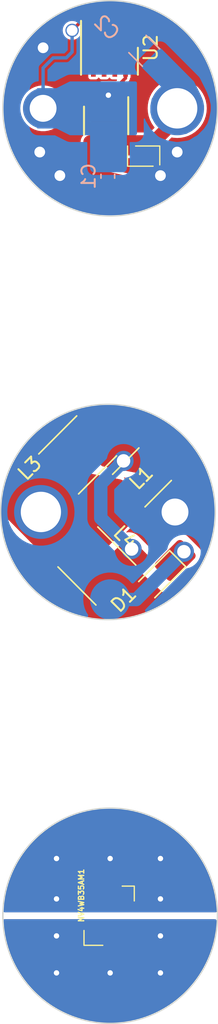
<source format=kicad_pcb>
(kicad_pcb (version 20221018) (generator pcbnew)
  (layers (0 "F.Cu" signal) (31 "B.Cu" signal) (34 "B.Paste" user) (35 "F.Paste" user) (36 "B.SilkS" user "B.Silkscreen") (37 "F.SilkS" user "F.Silkscreen") (38 "B.Mask" user) (39 "F.Mask" user) (44 "Edge.Cuts" user))
  (net 0 "")
  (net 1 "Net-(LM3401-FB)")
  (net 2 "-BATT")
  (net 3 "Net-(D1-K)")
  (net 4 "+BATT")
  (net 5 "Net-(LM3401-DIM)")
  (net 6 "Net-(D1-A)")
  (footprint "UserLyb:SMD-0508" (layer "F.Cu") (at 112.6 93.6 -90)
    (fp_text reference "R1" hide)
    (fp_text value "137m" hide)
    (fp_line (start -0.8 -1.1) (end -0.8 0.7) (stroke (width 0.1)) (layer "F.SilkS"))
    (fp_line (start -0.8 -1.1) (end 0.6 -1.1) (stroke (width 0.1)) (layer "F.SilkS"))
    (fp_line (start -0.8 1.3) (end 0.6 1.3) (stroke (width 0.1)) (layer "F.SilkS"))
    (fp_line (start 0.7 -0.6) (end 0.7 1.3) (stroke (width 0.1)) (layer "F.SilkS"))
    (fp_line (start 0.7 1.3) (end 0.6 1.3) (stroke (width 0.1)) (layer "F.SilkS"))
    (pad "1" smd roundrect (at -0.5 0.1 270) (size 0.4 2.1) (layers "F.Cu" "F.Paste" "F.Mask") (net 1 "Net-(LM3401-FB)"))
    (pad "2" smd roundrect (at 0.4 0.1 270) (size 0.4 2.1) (layers "F.Cu" "F.Paste" "F.Mask") (net 2 "-BATT"))
  )
  (footprint "Package_DFN_QFN:DFN-8-1EP_4x4mm_P0.8mm_EP2.39x2.21mm" (layer "F.Cu") (at 109.9475 85.5025 -90)
    (fp_text reference "U2" (at 0 -3.075 90) (layer "F.SilkS"))
    (fp_text value "~" hide)
    (fp_line (start -2 2.12) (end 2 2.12) (stroke (width 0.15)) (layer "F.SilkS"))
    (fp_line (start 0 -2.12) (end 2 -2.12) (stroke (width 0.15)) (layer "F.SilkS"))
    (pad "1" smd rect (at -1.835 -1.2 270) (size 0.63 0.35) (layers "F.Cu" "F.Paste" "F.Mask"))
    (pad "2" smd rect (at -1.835 -0.4 270) (size 0.63 0.35) (layers "F.Cu" "F.Paste" "F.Mask") (net 4 "+BATT"))
    (pad "3" smd rect (at -1.835 0.4 270) (size 0.63 0.35) (layers "F.Cu" "F.Paste" "F.Mask"))
    (pad "4" smd rect (at -1.835 1.2 270) (size 0.63 0.35) (layers "F.Cu" "F.Paste" "F.Mask") (net 2 "-BATT"))
    (pad "5" smd rect (at 1.835 1.2 270) (size 0.63 0.35) (layers "F.Cu" "F.Paste" "F.Mask"))
    (pad "6" smd rect (at 1.835 0.4 270) (size 0.63 0.35) (layers "F.Cu" "F.Paste" "F.Mask"))
    (pad "7" smd rect (at 1.835 -0.4 270) (size 0.63 0.35) (layers "F.Cu" "F.Paste" "F.Mask"))
    (pad "8" smd rect (at 1.835 -1.2 270) (size 0.63 0.35) (layers "F.Cu" "F.Paste" "F.Mask") (net 5 "Net-(LM3401-DIM)"))
    (pad "9" smd rect (at 0 0 270) (size 2.39 2.21) (layers "F.Cu" "F.Mask"))
  )
  (footprint "Inductor_SMD:L_1812_4532Metric_Pad1.30x3.40mm_HandSolder" (layer "F.Cu") (at 112.373313 117.426687 45)
    (fp_text reference "L1" (at -0.062032 -0.022171 45) (layer "F.SilkS"))
    (fp_text value "27uH" hide)
    (fp_line (start -1.386252 -1.71) (end 1.386252 -1.71) (stroke (width 0.12)) (layer "F.SilkS"))
    (fp_line (start -1.386252 1.71) (end 1.386252 1.71) (stroke (width 0.12)) (layer "F.SilkS"))
    (pad "1" smd roundrect (at -2.225 0 45) (size 1.3 3.4) (layers "F.Cu" "F.Paste" "F.Mask") (roundrect_rratio 0.1923076923) (net 4 "+BATT"))
    (pad "2" smd roundrect (at 2.225 0 45) (size 1.3 3.4) (layers "F.Cu" "F.Paste" "F.Mask") (roundrect_rratio 0.1923076923) (net 6 "Net-(D1-A)"))
  )
  (footprint "UserLyb:drill-2.3" (layer "F.Cu") (at 114.8362 120)
    (fp_text reference "REF**" hide)
    (fp_text value "drill-2.3" hide)
    (pad "2" thru_hole circle (at 0 0) (size 3 3) (drill 2) (layers "*.Cu" "*.Mask") (net 1 "Net-(LM3401-FB)"))
  )
  (footprint "UserLyb:drill-2.3" (layer "F.Cu") (at 105 90)
    (fp_text reference "REF**" hide)
    (fp_text value "drill-2.3" hide)
    (pad "1" thru_hole circle (at 0 0) (size 3 3) (drill 2) (layers "*.Cu" "*.Mask") (net 4 "+BATT"))
  )
  (footprint "Package_SON:WSON-6-1EP_3x3mm_P0.95mm" (layer "F.Cu") (at 109.7 90.9 -90)
    (fp_text reference "LM3401" hide)
    (fp_text value "~")
    (fp_line (start -1.73 -1.65) (end 1.025 -1.65) (stroke (width 0.15)) (layer "F.SilkS"))
    (fp_line (start -1.025 1.65) (end 1.025 1.65) (stroke (width 0.15)) (layer "F.SilkS"))
    (pad "" smd rect (at -1.34 -0.95 270) (size 0.63 0.45) (layers "F.Cu" "F.Paste" "F.Mask"))
    (pad "2" smd rect (at -1.34 0 270) (size 0.63 0.45) (layers "F.Cu" "F.Paste" "F.Mask") (net 4 "+BATT"))
    (pad "3" smd rect (at -1.34 0.95 270) (size 0.63 0.45) (layers "F.Cu" "F.Paste" "F.Mask") (net 5 "Net-(LM3401-DIM)"))
    (pad "4" smd rect (at 1.34 0.95 270) (size 0.63 0.45) (layers "F.Cu" "F.Paste" "F.Mask") (net 6 "Net-(D1-A)"))
    (pad "5" smd rect (at 1.34 0 270) (size 0.63 0.45) (layers "F.Cu" "F.Paste" "F.Mask") (net 2 "-BATT"))
    (pad "6" smd rect (at 1.34 -0.95 270) (size 0.63 0.45) (layers "F.Cu" "F.Paste" "F.Mask") (net 1 "Net-(LM3401-FB)"))
    (pad "7" smd rect (at -0.4 -0.525 270) (size 0.8 1.05) (layers "F.Cu" "F.Paste" "F.Mask"))
    (pad "7" smd rect (at -0.4 0.525 270) (size 0.8 1.05) (layers "F.Cu" "F.Paste" "F.Mask"))
    (pad "7" smd rect (at 0.4 -0.525 270) (size 0.8 1.05) (layers "F.Cu" "F.Paste" "F.Mask"))
    (pad "7" smd rect (at 0.4 0.525 270) (size 0.8 1.05) (layers "F.Cu" "F.Paste" "F.Mask"))
  )
  (footprint "Inductor_SMD:L_Taiyo-Yuden_MD-4040" (layer "F.Cu") (at 109.010051 124.010051 -45)
    (fp_text reference "L4" (at 0 -3 135) (layer "F.SilkS"))
    (fp_text value "22uH" hide)
    (fp_line (start -2 -2.1) (end 2 -2.1) (stroke (width 0.12)) (layer "F.SilkS"))
    (fp_line (start -2 2.1) (end 2 2.1) (stroke (width 0.12)) (layer "F.SilkS"))
    (pad "1" smd rect (at -1.4 0 315) (size 1.2 3.7) (layers "F.Cu" "F.Paste" "F.Mask") (net 4 "+BATT"))
    (pad "2" smd rect (at 1.4 0 315) (size 1.2 3.7) (layers "F.Cu" "F.Paste" "F.Mask") (net 6 "Net-(D1-A)"))
  )
  (footprint "UserLyb:drill-3.4" (layer "F.Cu") (at 115 90)
    (fp_text reference "REF**" hide)
    (fp_text value "drill-3.4" hide)
    (pad "2" thru_hole circle (at 0 0) (size 4 4) (drill 3) (layers "*.Cu" "*.Mask") (net 1 "Net-(LM3401-FB)"))
  )
  (footprint "UserLyb:NV4WB35AM" (layer "F.Cu") (at 109.95 150 90)
    (fp_text reference "NV4WB35AM1" (at 1.5 -2.1 90 unlocked) (layer "F.SilkS") (effects (font (size 0.4 0.4) (thickness 0.1))))
    (fp_text value "~" hide)
    (fp_line (start -2.2 -1.9) (end -2.2 -0.5) (stroke (width 0.1)) (layer "F.SilkS"))
    (fp_line (start -2.2 -1.9) (end -1.1 -1.9) (stroke (width 0.1)) (layer "F.SilkS"))
    (fp_line (start 2.2 1.85) (end 1.1 1.85) (stroke (width 0.1)) (layer "F.SilkS"))
    (fp_line (start 2.2 1.85) (end 2.2 0.95) (stroke (width 0.1)) (layer "F.SilkS"))
    (pad "1" smd roundrect (at 1.2 0 90) (size 1.75 3.5) (layers "F.Cu" "F.Paste" "F.Mask") (net 3 "Net-(D1-K)"))
    (pad "2" smd roundrect (at -1.2 0 90) (size 1.75 3.5) (layers "F.Cu" "F.Paste" "F.Mask") (net 1 "Net-(LM3401-FB)"))
  )
  (footprint "Inductor_SMD:L_Taiyo-Yuden_MD-4040" (layer "F.Cu") (at 107.576177 115.755178 45)
    (fp_text reference "L3" (at -3.232184 -1.825294 45) (layer "F.SilkS"))
    (fp_text value "22uH" hide)
    (fp_line (start -2 -2.1) (end 2 -2.1) (stroke (width 0.12)) (layer "F.SilkS"))
    (fp_line (start -2 2.1) (end 2 2.1) (stroke (width 0.12)) (layer "F.SilkS"))
    (pad "1" smd rect (at -1.4 0 45) (size 1.2 3.7) (layers "F.Cu" "F.Paste" "F.Mask") (net 4 "+BATT"))
    (pad "2" smd rect (at 1.4 0 45) (size 1.2 3.7) (layers "F.Cu" "F.Paste" "F.Mask") (net 6 "Net-(D1-A)"))
  )
  (footprint "Diode_SMD:D_SOD-323_HandSoldering" (layer "F.Cu") (at 113.616117 124.883883 -135)
    (fp_text reference "D1" (at 2.992641 0.707107 45) (layer "F.SilkS"))
    (fp_text value "D" hide)
    (fp_line (start -2.01 -0.85) (end -2.01 0.85) (stroke (width 0.12)) (layer "F.SilkS"))
    (fp_line (start -2.01 -0.85) (end 1.25 -0.85) (stroke (width 0.12)) (layer "F.SilkS"))
    (fp_line (start -2.01 0.85) (end 1.25 0.85) (stroke (width 0.12)) (layer "F.SilkS"))
    (pad "1" smd roundrect (at -1.25 0 225) (size 1 1) (layers "F.Cu" "F.Paste" "F.Mask") (net 3 "Net-(D1-K)"))
    (pad "2" smd roundrect (at 1.25 0 225) (size 1 1) (layers "F.Cu" "F.Paste" "F.Mask") (net 6 "Net-(D1-A)"))
  )
  (footprint "UserLyb:drill-3.4" (layer "F.Cu") (at 104.836228 119.995127)
    (fp_text reference "REF**" hide)
    (fp_text value "drill-3.4" hide)
    (pad "1" thru_hole circle (at 0 0) (size 4 4) (drill 3) (layers "*.Cu" "*.Mask") (net 4 "+BATT"))
  )
  (footprint "Capacitor_SMD:C_0603_1608Metric" (layer "B.Cu") (at 109.825384 95.047475 -90)
    (fp_text reference "C1" (at 0 1.43 90) (layer "B.SilkS") (effects (justify mirror)))
    (fp_text value "10uF" hide)
    (fp_line (start -0.14058 -0.51) (end 0.14058 -0.51) (stroke (width 0.12)) (layer "B.SilkS"))
    (fp_line (start -0.14058 0.51) (end 0.14058 0.51) (stroke (width 0.12)) (layer "B.SilkS"))
    (pad "1" smd roundrect (at -0.775 0 270) (size 0.9 0.95) (layers "B.Cu" "B.Paste" "B.Mask") (net 4 "+BATT"))
    (pad "2" smd roundrect (at 0.775 0 270) (size 0.9 0.95) (layers "B.Cu" "B.Paste" "B.Mask") (net 2 "-BATT"))
  )
  (footprint "Capacitor_SMD:C_1206_3216Metric" (layer "B.Cu") (at 112.542983 85.725 135)
    (fp_text reference "C2" (at 3.194696 -0.755178 135) (layer "B.SilkS") (effects (justify mirror)))
    (fp_text value "47uF" hide)
    (fp_line (start -0.711252 -0.91) (end 0.711252 -0.91) (stroke (width 0.12)) (layer "B.SilkS"))
    (fp_line (start -0.711252 0.91) (end 0.711252 0.91) (stroke (width 0.12)) (layer "B.SilkS"))
    (pad "1" smd roundrect (at -1.475 0 135) (size 1.15 1.8) (layers "B.Cu" "B.Paste" "B.Mask") (roundrect_rratio 0.2173913043) (net 1 "Net-(LM3401-FB)"))
    (pad "2" smd roundrect (at 1.475 0 135) (size 1.15 1.8) (layers "B.Cu" "B.Paste" "B.Mask") (roundrect_rratio 0.2173913043) (net 2 "-BATT"))
  )
  (gr_circle (center 109.836228 119.995127) (end 117.836228 119.995127) (stroke (width 0.1)) (fill none) (layer "Edge.Cuts"))
  (gr_circle (center 110 150) (end 118 150) (stroke (width 0.1)) (fill none) (layer "Edge.Cuts"))
  (gr_circle (center 110 90) (end 118 90) (stroke (width 0.1)) (fill none) (layer "Edge.Cuts"))
  (segment (start 115 90) (end 115 90.75) (width 0.3) (layer "F.Cu") (net 1))
  (segment (start 115 90.5) (end 115 90) (width 0.3) (layer "F.Cu") (net 1))
  (segment (start 115 90.75) (end 113.25 92.5) (width 1) (layer "F.Cu") (net 1))
  (via (at 110 154.25) (size 0.8) (drill 0.4) (layers "F.Cu" "B.Cu") (net 1))
  (via (at 113.75 151.5) (size 0.8) (drill 0.4) (layers "F.Cu" "B.Cu") (net 1))
  (via (at 106 154.25) (size 0.8) (drill 0.4) (layers "F.Cu" "B.Cu") (net 1))
  (via (at 106 151.5) (size 0.8) (drill 0.4) (layers "F.Cu" "B.Cu") (net 1))
  (via (at 113.75 154.25) (size 0.8) (drill 0.4) (layers "F.Cu" "B.Cu") (net 1))
  (via (at 113.75 95) (size 1) (drill 0.8) (layers "F.Cu" "B.Cu") (net 2))
  (via (at 104.75 93.25) (size 1) (drill 0.8) (layers "F.Cu" "B.Cu") (net 2))
  (via (at 115 93.25) (size 1) (drill 0.8) (layers "F.Cu" "B.Cu") (net 2))
  (via (at 105 85.5) (size 1) (drill 0.8) (layers "F.Cu" "B.Cu") (net 2))
  (via (at 106.25 95) (size 1) (drill 0.8) (layers "F.Cu" "B.Cu") (net 2))
  (via (at 113.75 145.75) (size 0.8) (drill 0.4) (layers "F.Cu" "B.Cu") (net 3))
  (via (at 115.5 122.95) (size 1.5) (drill 1) (layers "F.Cu" "B.Cu") (net 3))
  (via (at 110 145.75) (size 0.8) (drill 0.4) (layers "F.Cu" "B.Cu") (net 3))
  (via (at 113.75 148.75) (size 0.8) (drill 0.4) (layers "F.Cu" "B.Cu") (net 3))
  (via (at 106 145.75) (size 0.8) (drill 0.4) (layers "F.Cu" "B.Cu") (net 3))
  (via (at 106 148.75) (size 0.8) (drill 0.4) (layers "F.Cu" "B.Cu") (net 3))
  (segment (start 115.5 122.95) (end 111.95 126.5) (width 1) (layer "B.Cu") (net 3))
  (segment (start 111.95 126.5) (end 110.1 126.5) (width 1) (layer "B.Cu") (net 3))
  (segment (start 108.345266 83.0275) (end 110.0475 83.0275) (width 0.25) (layer "F.Cu") (net 4))
  (segment (start 110.0475 83.0275) (end 110.3475 83.3275) (width 0.25) (layer "F.Cu") (net 4))
  (segment (start 110.3475 83.3275) (end 110.3475 83.6675) (width 0.25) (layer "F.Cu") (net 4))
  (segment (start 109.7 89.56) (end 109.7 89.191887) (width 0.25) (layer "F.Cu") (net 4))
  (segment (start 107.163688 84.209078) (end 108.345266 83.0275) (width 0.25) (layer "F.Cu") (net 4))
  (segment (start 109.7 89.191887) (end 109.867609 89.024278) (width 0.25) (layer "F.Cu") (net 4))
  (via (at 109.867609 89.024278) (size 0.8) (drill 0.4) (layers "F.Cu" "B.Cu") (net 4))
  (via (at 107.163688 84.209078) (size 1) (drill 0.8) (layers "F.Cu" "B.Cu") (net 4))
  (segment (start 106.724777 86.25) (end 105.75 86.25) (width 0.25) (layer "B.Cu") (net 4))
  (segment (start 107.163688 84.209078) (end 107.163688 85.811089) (width 0.25) (layer "B.Cu") (net 4))
  (segment (start 107.163688 85.811089) (end 106.724777 86.25) (width 0.25) (layer "B.Cu") (net 4))
  (segment (start 104.5 89.5) (end 105 90) (width 0.25) (layer "B.Cu") (net 4))
  (segment (start 105 87) (end 105 90) (width 0.25) (layer "B.Cu") (net 4))
  (segment (start 105.75 86.25) (end 105 87) (width 0.25) (layer "B.Cu") (net 4))
  (segment (start 109.4 88.3) (end 110.6 88.3) (width 0.25) (layer "F.Cu") (net 5))
  (segment (start 108.75 89.56) (end 108.75 88.95) (width 0.25) (layer "F.Cu") (net 5))
  (segment (start 111.1475 87.7525) (end 111.1475 87.3375) (width 0.25) (layer "F.Cu") (net 5))
  (segment (start 110.6 88.3) (end 111.1475 87.7525) (width 0.25) (layer "F.Cu") (net 5))
  (segment (start 108.75 88.95) (end 109.4 88.3) (width 0.25) (layer "F.Cu") (net 5))
  (via (at 111 116.2) (size 1.5) (drill 1) (layers "F.Cu" "B.Cu") (net 6))
  (via (at 111.6 122.75) (size 1.5) (drill 1) (layers "F.Cu" "B.Cu") (net 6))
  (segment (start 111.6 122.75) (end 109.3 120.45) (width 1) (layer "B.Cu") (net 6))
  (segment (start 109.3 120.45) (end 109.3 117.9) (width 1) (layer "B.Cu") (net 6))
  (segment (start 109.3 117.9) (end 111 116.2) (width 1) (layer "B.Cu") (net 6))
  (zone (net 4) (net_name "+BATT") (layer "F.Cu") (priority 1) (connect_pads yes (clearance 0.2)) (min_thickness 0.1) (fill yes (thermal_gap 0.5) (thermal_bridge_width 0.5) (smoothing fillet) (radius 0.5))
    (polygon (pts (xy 107.1 125.3) (xy 101.836228 119.995127) (xy 101.855716 119.437075) (xy 101.9 119) (xy 102.1 118) (xy 102.146134 117.790028) (xy 102.2 117.6) (xy 102.318687 117.258966) (xy 102.4 117) (xy 102.6 116.6) (xy 102.772647 116.239354) (xy 102.9 116) (xy 103.051843 115.755773) (xy 103.3 115.4) (xy 103.707872 114.852826) (xy 104.08151 114.43786) (xy 104.483183 114.049968) (xy 104.910936 113.691041) (xy 108.3 117.1) (xy 110.9 117.6) (xy 112.8 119.5) (xy 112.8 119.6)))
  )
  (zone (net 1) (net_name "Net-(LM3401-FB)") (layer "F.Cu") (connect_pads yes (clearance 0.05)) (min_thickness 0.05) (fill yes (thermal_gap 0.5) (thermal_bridge_width 0.5) (smoothing fillet) (radius 0.5))
    (polygon (pts (xy 117.836228 119.995127) (xy 117.81674 119.437075) (xy 117.758373 118.881742) (xy 117.661409 118.331833) (xy 117.526322 117.790028) (xy 117.353769 117.258966) (xy 117.144592 116.741234) (xy 116.899809 116.239354) (xy 116.620613 115.755773) (xy 116.308364 115.292845) (xy 115.964584 114.852826) (xy 115.590946 114.43786) (xy 115.189273 114.049968) (xy 114.76152 113.691041) (xy 114.309771 113.362826) (xy 113.836228 113.066924) (xy 113.343197 112.804775) (xy 112.833081 112.577656) (xy 112.308364 112.386675) (xy 111.771603 112.232761) (xy 111.225413 112.116665) (xy 110.672456 112.038952) (xy 110.115424 112) (xy 109.557032 112) (xy 109 112.038952) (xy 108.447043 112.116665) (xy 107.900853 112.232761) (xy 107.364092 112.386675) (xy 106.839375 112.577656) (xy 106.329259 112.804775) (xy 105.836228 113.066924) (xy 105.362685 113.362826) (xy 104.910936 113.691041) (xy 104.483183 114.049968) (xy 104.08151 114.43786) (xy 103.707872 114.852826) (xy 103.364092 115.292845) (xy 103.051843 115.755773) (xy 102.772647 116.239354) (xy 102.527864 116.741234) (xy 102.318687 117.258966) (xy 102.146134 117.790028) (xy 102.011047 118.331833) (xy 101.914083 118.881742) (xy 101.855716 119.437075) (xy 101.836228 119.995127) (xy 101.855716 120.553179) (xy 101.914083 121.108512) (xy 102.011047 121.658421) (xy 102.146134 122.200226) (xy 102.318687 122.731288) (xy 102.527864 123.24902) (xy 102.772647 123.7509) (xy 103.051843 124.234481) (xy 103.364092 124.697409) (xy 103.707872 125.137428) (xy 104.08151 125.552394) (xy 104.483183 125.940286) (xy 104.910936 126.299213) (xy 105.362685 126.627428) (xy 105.836228 126.92333) (xy 106.329259 127.185479) (xy 106.839375 127.412598) (xy 107.364092 127.603579) (xy 107.900853 127.757493) (xy 108.447043 127.873589) (xy 109 127.951302) (xy 109.557032 127.990254) (xy 110.115424 127.990254) (xy 110.672456 127.951302) (xy 111.225413 127.873589) (xy 111.771603 127.757493) (xy 112.308364 127.603579) (xy 112.833081 127.412598) (xy 113.343197 127.185479) (xy 113.836228 126.92333) (xy 114.309771 126.627428) (xy 114.76152 126.299213) (xy 115.189273 125.940286) (xy 115.590946 125.552394) (xy 115.964584 125.137428) (xy 116.308364 124.697409) (xy 116.620613 124.234481) (xy 116.899809 123.7509) (xy 117.144592 123.24902) (xy 117.353769 122.731288) (xy 117.526322 122.200226) (xy 117.661409 121.658421) (xy 117.758373 121.108512) (xy 117.81674 120.553179)))
  )
  (zone (net 6) (net_name "Net-(D1-A)") (layer "F.Cu") (priority 5) (connect_pads yes (clearance 0.5)) (min_thickness 0.25) (fill yes (thermal_gap 0.5) (thermal_bridge_width 0.5))
    (polygon (pts (xy 114.6 117.6) (xy 109.4 116.6) (xy 105.836228 113.066924) (xy 106.329259 112.804775) (xy 106.839375 112.577656) (xy 107.364092 112.386675) (xy 107.900853 112.232761) (xy 108.447043 112.116665) (xy 109 112.038952) (xy 109.557032 112) (xy 110.115424 112) (xy 110.672456 112.038952) (xy 111.225413 112.116665) (xy 111.771603 112.232761) (xy 112.308364 112.386675) (xy 112.833081 112.577656) (xy 113.343197 112.804775) (xy 113.836228 113.066924) (xy 114.309771 113.362826) (xy 114.76152 113.691041) (xy 115.189273 114.049968) (xy 115.4 114.2) (xy 115.8 114.6) (xy 115.964584 114.852826) (xy 116.308364 115.292845) (xy 116.6 115.6)))
  )
  (zone (net 1) (net_name "Net-(LM3401-FB)") (layer "F.Cu") (priority 2) (connect_pads yes (clearance 0.5)) (min_thickness 0.25) (fill yes (thermal_gap 0.5) (thermal_bridge_width 0.5) (island_removal_mode 1) (island_area_min 10))
    (polygon (pts (xy 105.25 155) (xy 114.5 155) (xy 114.5 150.5) (xy 105.25 150.5)))
  )
  (zone (net 6) (net_name "Net-(D1-A)") (layer "F.Cu") (priority 8) (connect_pads yes (clearance 0.1)) (min_thickness 0.1) (fill yes (thermal_gap 0.5) (thermal_bridge_width 0.5))
    (polygon (pts (xy 112.25 96.25) (xy 112.23101 96.03294) (xy 112.174616 95.822475) (xy 112.082532 95.625) (xy 111.957556 95.446515) (xy 111.803485 95.292444) (xy 111.625 95.167468) (xy 111.427525 95.075384) (xy 111.21706 95.01899) (xy 111 95) (xy 110.78294 95.01899) (xy 110.572475 95.075384) (xy 110.375 95.167468) (xy 110.196515 95.292444) (xy 110.042444 95.446515) (xy 109.917468 95.625) (xy 109.825384 95.822475) (xy 109.76899 96.03294) (xy 109.75 96.25) (xy 109.76899 96.46706) (xy 109.825384 96.677525) (xy 109.917468 96.875) (xy 110.042444 97.053485) (xy 110.196515 97.207556) (xy 110.375 97.332532) (xy 110.572475 97.424616) (xy 110.78294 97.48101) (xy 111 97.5) (xy 111.21706 97.48101) (xy 111.427525 97.424616) (xy 111.625 97.332532) (xy 111.803485 97.207556) (xy 111.957556 97.053485) (xy 112.082532 96.875) (xy 112.174616 96.677525) (xy 112.23101 96.46706)))
  )
  (zone (net 6) (net_name "Net-(D1-A)") (layer "F.Cu") (priority 9) (connect_pads yes (clearance 0.1)) (min_thickness 0.1) (fill yes (thermal_gap 0.5) (thermal_bridge_width 0.5) (smoothing fillet) (radius 1))
    (polygon (pts (xy 109 92) (xy 109 94.5) (xy 111.21706 95.01899) (xy 111.427525 95.075384) (xy 111.625 95.167468) (xy 111.803485 95.292444) (xy 111.957556 95.446515) (xy 112.082532 95.625) (xy 112.174616 95.822475) (xy 112.23101 96.03294) (xy 112.25 96.25) (xy 112.23101 96.46706) (xy 112.174616 96.677525) (xy 112.082532 96.875) (xy 111.957556 97.053485) (xy 111.803485 97.207556) (xy 111.625 97.332532) (xy 111.427525 97.424616) (xy 111.21706 97.48101) (xy 111 97.5) (xy 110.78294 97.48101) (xy 110.572475 97.424616) (xy 109 97) (xy 108 96.75) (xy 108 92)))
  )
  (zone (net 6) (net_name "Net-(D1-A)") (layer "F.Cu") (priority 4) (connect_pads yes (clearance 0.5)) (min_thickness 0.25) (fill yes (thermal_gap 0.5) (thermal_bridge_width 0.5) (smoothing fillet) (radius 0.5))
    (polygon (pts (xy 113.4 125.5) (xy 114.5 126.5) (xy 113.5 127.1) (xy 113.1 127.3) (xy 112.833081 127.412598) (xy 112 127.7) (xy 111.225413 127.873589) (xy 110.2 128) (xy 109.557032 127.990254) (xy 109 127.951302) (xy 108.447043 127.873589) (xy 107.900853 127.757493) (xy 107.364092 127.603579) (xy 106.839375 127.412598) (xy 106.4 127.2) (xy 106.1 127.1) (xy 111.4 121.8) (xy 113.1 123.5) (xy 112.2 124.4)))
  )
  (zone (net 3) (net_name "Net-(D1-K)") (layer "F.Cu") (priority 6) (connect_pads yes (clearance 0.5)) (min_thickness 0.25) (fill yes (thermal_gap 0.5) (thermal_bridge_width 0.5) (smoothing fillet) (radius 0.3))
    (polygon (pts (xy 114.5 125.25) (xy 116.5 123.25) (xy 115.2 121.95) (xy 113.2 123.95)))
  )
  (zone (net 1) (net_name "Net-(LM3401-FB)") (layer "F.Cu") (priority 7) (connect_pads yes (clearance 0.1)) (min_thickness 0.1) (fill yes (thermal_gap 0.5) (thermal_bridge_width 0.5) (smoothing fillet) (radius 0.3))
    (polygon (pts (xy 110.5 92) (xy 110.5 93.5) (xy 113.75 93.5) (xy 113.75 92)))
  )
  (zone (net 3) (net_name "Net-(D1-K)") (layer "F.Cu") (priority 12) (connect_pads yes (clearance 0.5)) (min_thickness 0.25) (fill yes (thermal_gap 0.5) (thermal_bridge_width 0.5))
    (polygon (pts (xy 102.044398 149.749343) (xy 102.072253 148.885958) (xy 102.294398 147.999343) (xy 102.304304 147.794244) (xy 102.476857 147.263182) (xy 102.686034 146.74545) (xy 102.930817 146.24357) (xy 103.210013 145.759989) (xy 103.522262 145.297061) (xy 104.23968 144.442076) (xy 104.641353 144.054184) (xy 105.069106 143.695257) (xy 105.520855 143.367042) (xy 105.994398 143.07114) (xy 106.487429 142.808991) (xy 106.997545 142.581872) (xy 107.522262 142.390891) (xy 108.059023 142.236977) (xy 108.605213 142.120881) (xy 109.15817 142.043168) (xy 109.715202 142.004216) (xy 110.044398 141.999343) (xy 110.544398 141.999343) (xy 111.383583 142.120881) (xy 111.929773 142.236977) (xy 112.466534 142.390891) (xy 112.991251 142.581872) (xy 113.501367 142.808991) (xy 113.994398 143.07114) (xy 114.467941 143.367042) (xy 114.91969 143.695257) (xy 115.347443 144.054184) (xy 115.544398 144.249343) (xy 115.749116 144.442076) (xy 116.122754 144.857042) (xy 116.466534 145.297061) (xy 116.778783 145.759989) (xy 117.057979 146.24357) (xy 117.302762 146.74545) (xy 117.511939 147.263182) (xy 117.684492 147.794244) (xy 117.819579 148.336049) (xy 117.916543 148.885958) (xy 117.97491 149.441291) (xy 118.044398 149.749343)))
  )
  (zone (net 2) (net_name "-BATT") (layer "F.Cu") (priority 8) (connect_pads yes (clearance 0.1)) (min_thickness 0.1) (fill yes (thermal_gap 0.5) (thermal_bridge_width 0.5))
    (polygon (pts (xy 110.4 89.2) (xy 111.7 89.2) (xy 111.7 89.9) (xy 110.4 89.9)))
  )
  (zone (net 2) (net_name "-BATT") (layers "F&B.Cu") (connect_pads yes (clearance 0.2)) (min_thickness 0.1) (fill yes (thermal_gap 0.5) (thermal_bridge_width 0.5))
    (polygon (pts (xy 118 90) (xy 117.980512 89.441948) (xy 117.922145 88.886615) (xy 117.825181 88.336706) (xy 117.690094 87.794901) (xy 117.517541 87.263839) (xy 117.308364 86.746107) (xy 117.063581 86.244227) (xy 116.784385 85.760646) (xy 116.472136 85.297718) (xy 116.128356 84.857699) (xy 115.754718 84.442733) (xy 115.353045 84.054841) (xy 114.925292 83.695914) (xy 114.473543 83.367699) (xy 114 83.071797) (xy 113.506969 82.809648) (xy 112.996853 82.582529) (xy 112.472136 82.391548) (xy 111.935375 82.237634) (xy 111.389185 82.121538) (xy 110.836228 82.043825) (xy 110.279196 82.004873) (xy 109.720804 82.004873) (xy 109.163772 82.043825) (xy 108.610815 82.121538) (xy 108.064625 82.237634) (xy 107.527864 82.391548) (xy 107.003147 82.582529) (xy 106.493031 82.809648) (xy 106 83.071797) (xy 105.526457 83.367699) (xy 105.074708 83.695914) (xy 104.646955 84.054841) (xy 104.245282 84.442733) (xy 103.871644 84.857699) (xy 103.527864 85.297718) (xy 103.215615 85.760646) (xy 102.936419 86.244227) (xy 102.691636 86.746107) (xy 102.482459 87.263839) (xy 102.309906 87.794901) (xy 102.174819 88.336706) (xy 102.077855 88.886615) (xy 102.019488 89.441948) (xy 102 90) (xy 102.019488 90.558052) (xy 102.077855 91.113385) (xy 102.174819 91.663294) (xy 102.309906 92.205099) (xy 102.482459 92.736161) (xy 102.691636 93.253893) (xy 102.936419 93.755773) (xy 103.215615 94.239354) (xy 103.527864 94.702282) (xy 103.871644 95.142301) (xy 104.245282 95.557267) (xy 104.646955 95.945159) (xy 105.074708 96.304086) (xy 105.526457 96.632301) (xy 106 96.928203) (xy 106.493031 97.190352) (xy 107.003147 97.417471) (xy 107.527864 97.608452) (xy 108.064625 97.762366) (xy 108.610815 97.878462) (xy 109.163772 97.956175) (xy 109.720804 97.995127) (xy 110.279196 97.995127) (xy 110.836228 97.956175) (xy 111.389185 97.878462) (xy 111.935375 97.762366) (xy 112.472136 97.608452) (xy 112.996853 97.417471) (xy 113.506969 97.190352) (xy 114 96.928203) (xy 114.473543 96.632301) (xy 114.925292 96.304086) (xy 115.353045 95.945159) (xy 115.754718 95.557267) (xy 116.128356 95.142301) (xy 116.472136 94.702282) (xy 116.784385 94.239354) (xy 117.063581 93.755773) (xy 117.308364 93.253893) (xy 117.517541 92.736161) (xy 117.690094 92.205099) (xy 117.825181 91.663294) (xy 117.922145 91.113385) (xy 117.980512 90.558052)))
  )
  (zone (net 1) (net_name "Net-(LM3401-FB)") (layers "F&B.Cu") (connect_pads yes (clearance 0.5)) (min_thickness 0.25) (fill yes (thermal_gap 0.5) (thermal_bridge_width 0.5))
    (polygon (pts (xy 117.95 150) (xy 117.930512 149.441948) (xy 117.872145 148.886615) (xy 117.775181 148.336706) (xy 117.640094 147.794901) (xy 117.467541 147.263839) (xy 117.258364 146.746107) (xy 117.013581 146.244227) (xy 116.734385 145.760646) (xy 116.422136 145.297718) (xy 116.078356 144.857699) (xy 115.704718 144.442733) (xy 115.303045 144.054841) (xy 114.875292 143.695914) (xy 114.423543 143.367699) (xy 113.95 143.071797) (xy 113.456969 142.809648) (xy 112.946853 142.582529) (xy 112.422136 142.391548) (xy 111.885375 142.237634) (xy 111.339185 142.121538) (xy 110.786228 142.043825) (xy 110.229196 142.004873) (xy 109.670804 142.004873) (xy 109.113772 142.043825) (xy 108.560815 142.121538) (xy 108.014625 142.237634) (xy 107.477864 142.391548) (xy 106.953147 142.582529) (xy 106.443031 142.809648) (xy 105.95 143.071797) (xy 105.476457 143.367699) (xy 105.024708 143.695914) (xy 104.596955 144.054841) (xy 104.195282 144.442733) (xy 103.821644 144.857699) (xy 103.477864 145.297718) (xy 103.165615 145.760646) (xy 102.886419 146.244227) (xy 102.641636 146.746107) (xy 102.432459 147.263839) (xy 102.259906 147.794901) (xy 102.124819 148.336706) (xy 102.027855 148.886615) (xy 101.969488 149.441948) (xy 101.95 150) (xy 101.969488 150.558052) (xy 102.027855 151.113385) (xy 102.124819 151.663294) (xy 102.259906 152.205099) (xy 102.432459 152.736161) (xy 102.641636 153.253893) (xy 102.886419 153.755773) (xy 103.165615 154.239354) (xy 103.477864 154.702282) (xy 103.821644 155.142301) (xy 104.195282 155.557267) (xy 104.596955 155.945159) (xy 105.024708 156.304086) (xy 105.476457 156.632301) (xy 105.95 156.928203) (xy 106.443031 157.190352) (xy 106.953147 157.417471) (xy 107.477864 157.608452) (xy 108.014625 157.762366) (xy 108.560815 157.878462) (xy 109.113772 157.956175) (xy 109.670804 157.995127) (xy 110.229196 157.995127) (xy 110.786228 157.956175) (xy 111.339185 157.878462) (xy 111.885375 157.762366) (xy 112.422136 157.608452) (xy 112.946853 157.417471) (xy 113.456969 157.190352) (xy 113.95 156.928203) (xy 114.423543 156.632301) (xy 114.875292 156.304086) (xy 115.303045 155.945159) (xy 115.704718 155.557267) (xy 116.078356 155.142301) (xy 116.422136 154.702282) (xy 116.734385 154.239354) (xy 117.013581 153.755773) (xy 117.258364 153.253893) (xy 117.467541 152.736161) (xy 117.640094 152.205099) (xy 117.775181 151.663294) (xy 117.872145 151.113385) (xy 117.930512 150.558052)))
  )
  (zone (net 1) (net_name "Net-(LM3401-FB)") (layer "B.Cu") (connect_pads yes (clearance 0.5)) (min_thickness 0.25) (fill yes (thermal_gap 0.5) (thermal_bridge_width 0.5))
    (polygon (pts (xy 117.876131 119.994877) (xy 117.856643 119.436825) (xy 117.798276 118.881492) (xy 117.701312 118.331583) (xy 117.566225 117.789778) (xy 117.393672 117.258716) (xy 117.184495 116.740984) (xy 116.939712 116.239104) (xy 116.660516 115.755523) (xy 116.348267 115.292595) (xy 116.004487 114.852576) (xy 115.630849 114.43761) (xy 115.229176 114.049718) (xy 114.801423 113.690791) (xy 114.349674 113.362576) (xy 113.876131 113.066674) (xy 113.3831 112.804525) (xy 112.872984 112.577406) (xy 112.348267 112.386425) (xy 111.811506 112.232511) (xy 111.265316 112.116415) (xy 110.712359 112.038702) (xy 110.155327 111.99975) (xy 109.596935 111.99975) (xy 109.039903 112.038702) (xy 108.486946 112.116415) (xy 107.940756 112.232511) (xy 107.403995 112.386425) (xy 106.879278 112.577406) (xy 106.369162 112.804525) (xy 105.876131 113.066674) (xy 105.402588 113.362576) (xy 104.950839 113.690791) (xy 104.523086 114.049718) (xy 104.121413 114.43761) (xy 103.747775 114.852576) (xy 103.403995 115.292595) (xy 103.091746 115.755523) (xy 102.81255 116.239104) (xy 102.567767 116.740984) (xy 102.35859 117.258716) (xy 102.186037 117.789778) (xy 102.05095 118.331583) (xy 101.953986 118.881492) (xy 101.895619 119.436825) (xy 101.876131 119.994877) (xy 101.895619 120.552929) (xy 101.953986 121.108262) (xy 102.05095 121.658171) (xy 102.186037 122.199976) (xy 102.35859 122.731038) (xy 102.567767 123.24877) (xy 102.81255 123.75065) (xy 103.091746 124.234231) (xy 103.403995 124.697159) (xy 103.747775 125.137178) (xy 104.121413 125.552144) (xy 104.523086 125.940036) (xy 104.950839 126.298963) (xy 105.402588 126.627178) (xy 105.876131 126.92308) (xy 106.369162 127.185229) (xy 106.879278 127.412348) (xy 107.403995 127.603329) (xy 107.940756 127.757243) (xy 108.486946 127.873339) (xy 109.039903 127.951052) (xy 109.596935 127.990004) (xy 110.155327 127.990004) (xy 110.712359 127.951052) (xy 111.265316 127.873339) (xy 111.811506 127.757243) (xy 112.348267 127.603329) (xy 112.872984 127.412348) (xy 113.3831 127.185229) (xy 113.876131 126.92308) (xy 114.349674 126.627178) (xy 114.801423 126.298963) (xy 115.229176 125.940036) (xy 115.630849 125.552144) (xy 116.004487 125.137178) (xy 116.348267 124.697159) (xy 116.660516 124.234231) (xy 116.939712 123.75065) (xy 117.184495 123.24877) (xy 117.393672 122.731038) (xy 117.566225 122.199976) (xy 117.701312 121.658171) (xy 117.798276 121.108262) (xy 117.856643 120.552929)))
  )
  (zone (net 4) (net_name "+BATT") (layer "B.Cu") (priority 10) (connect_pads yes (clearance 0.1)) (min_thickness 0.1) (fill yes (thermal_gap 0.5) (thermal_bridge_width 0.5) (smoothing fillet) (radius 0.3))
    (polygon (pts (xy 108.5 91) (xy 108.5 94.75) (xy 111.25 94.75) (xy 111.25 91)))
  )
  (zone (net 1) (net_name "Net-(LM3401-FB)") (layer "B.Cu") (connect_pads yes (clearance 0.5)) (min_thickness 0.25) (fill yes (thermal_gap 0.5) (thermal_bridge_width 0.5))
    (polygon (pts (xy 111.489841 113.494877) (xy 111.469383 113.247985) (xy 111.408567 113.007828) (xy 111.309052 112.780956) (xy 111.173552 112.573558) (xy 111.005763 112.391291) (xy 110.810263 112.239127) (xy 110.592384 112.121217) (xy 110.358069 112.040777) (xy 110.11371 112) (xy 109.865972 112) (xy 109.621613 112.040777) (xy 109.387298 112.121217) (xy 109.169419 112.239127) (xy 108.973919 112.391291) (xy 108.80613 112.573558) (xy 108.67063 112.780956) (xy 108.571115 113.007828) (xy 108.510299 113.247985) (xy 108.489841 113.494877) (xy 108.510299 113.741769) (xy 108.571115 113.981926) (xy 108.67063 114.208798) (xy 108.80613 114.416196) (xy 108.973919 114.598463) (xy 109.169419 114.750627) (xy 109.387298 114.868537) (xy 109.621613 114.948977) (xy 109.865972 114.989754) (xy 110.11371 114.989754) (xy 110.358069 114.948977) (xy 110.592384 114.868537) (xy 110.810263 114.750627) (xy 111.005763 114.598463) (xy 111.173552 114.416196) (xy 111.309052 114.208798) (xy 111.408567 113.981926) (xy 111.469383 113.741769)))
  )
  (zone (net 2) (net_name "-BATT") (layer "B.Cu") (connect_pads yes (clearance 0.2)) (min_thickness 0.1) (fill yes (thermal_gap 0.5) (thermal_bridge_width 0.5))
    (polygon (pts (xy 118 90) (xy 117.980512 89.441948) (xy 117.922145 88.886615) (xy 117.825181 88.336706) (xy 117.690094 87.794901) (xy 117.517541 87.263839) (xy 117.308364 86.746107) (xy 117.063581 86.244227) (xy 116.784385 85.760646) (xy 116.472136 85.297718) (xy 116.128356 84.857699) (xy 115.754718 84.442733) (xy 115.353045 84.054841) (xy 114.925292 83.695914) (xy 114.473543 83.367699) (xy 114 83.071797) (xy 113.506969 82.809648) (xy 112.996853 82.582529) (xy 112.472136 82.391548) (xy 111.935375 82.237634) (xy 111.389185 82.121538) (xy 110.836228 82.043825) (xy 110.279196 82.004873) (xy 109.720804 82.004873) (xy 109.163772 82.043825) (xy 108.610815 82.121538) (xy 108.064625 82.237634) (xy 107.527864 82.391548) (xy 107.003147 82.582529) (xy 106.493031 82.809648) (xy 106 83.071797) (xy 105.526457 83.367699) (xy 105.074708 83.695914) (xy 104.646955 84.054841) (xy 104.245282 84.442733) (xy 103.871644 84.857699) (xy 103.527864 85.297718) (xy 103.215615 85.760646) (xy 102.936419 86.244227) (xy 102.691636 86.746107) (xy 102.482459 87.263839) (xy 102.309906 87.794901) (xy 102.174819 88.336706) (xy 102.077855 88.886615) (xy 102.019488 89.441948) (xy 102 90) (xy 102.019488 90.558052) (xy 102.077855 91.113385) (xy 102.174819 91.663294) (xy 102.309906 92.205099) (xy 102.482459 92.736161) (xy 102.691636 93.253893) (xy 102.936419 93.755773) (xy 103.215615 94.239354) (xy 103.527864 94.702282) (xy 103.871644 95.142301) (xy 104.245282 95.557267) (xy 104.646955 95.945159) (xy 105.074708 96.304086) (xy 105.526457 96.632301) (xy 106 96.928203) (xy 106.493031 97.190352) (xy 107.003147 97.417471) (xy 107.527864 97.608452) (xy 108.064625 97.762366) (xy 108.610815 97.878462) (xy 109.163772 97.956175) (xy 109.720804 97.995127) (xy 110.279196 97.995127) (xy 110.836228 97.956175) (xy 111.389185 97.878462) (xy 111.935375 97.762366) (xy 112.472136 97.608452) (xy 112.996853 97.417471) (xy 113.506969 97.190352) (xy 114 96.928203) (xy 114.473543 96.632301) (xy 114.925292 96.304086) (xy 115.353045 95.945159) (xy 115.754718 95.557267) (xy 116.128356 95.142301) (xy 116.472136 94.702282) (xy 116.784385 94.239354) (xy 117.063581 93.755773) (xy 117.308364 93.253893) (xy 117.517541 92.736161) (xy 117.690094 92.205099) (xy 117.825181 91.663294) (xy 117.922145 91.113385) (xy 117.980512 90.558052)))
  )
  (zone (net 3) (net_name "Net-(D1-K)") (layer "B.Cu") (priority 12) (connect_pads yes (clearance 0.5)) (min_thickness 0.25) (fill yes (thermal_gap 0.5) (thermal_bridge_width 0.5))
    (polygon (pts (xy 102 149.75) (xy 102.027855 148.886615) (xy 102.25 148) (xy 102.259906 147.794901) (xy 102.432459 147.263839) (xy 102.641636 146.746107) (xy 102.886419 146.244227) (xy 103.165615 145.760646) (xy 103.477864 145.297718) (xy 104.195282 144.442733) (xy 104.596955 144.054841) (xy 105.024708 143.695914) (xy 105.476457 143.367699) (xy 105.95 143.071797) (xy 106.443031 142.809648) (xy 106.953147 142.582529) (xy 107.477864 142.391548) (xy 108.014625 142.237634) (xy 108.560815 142.121538) (xy 109.113772 142.043825) (xy 109.670804 142.004873) (xy 110 142) (xy 110.5 142) (xy 111.339185 142.121538) (xy 111.885375 142.237634) (xy 112.422136 142.391548) (xy 112.946853 142.582529) (xy 113.456969 142.809648) (xy 113.95 143.071797) (xy 114.423543 143.367699) (xy 114.875292 143.695914) (xy 115.303045 144.054841) (xy 115.5 144.25) (xy 115.704718 144.442733) (xy 116.078356 144.857699) (xy 116.422136 145.297718) (xy 116.734385 145.760646) (xy 117.013581 146.244227) (xy 117.258364 146.746107) (xy 117.467541 147.263839) (xy 117.640094 147.794901) (xy 117.775181 148.336706) (xy 117.872145 148.886615) (xy 117.930512 149.441948) (xy 118 149.75)))
  )
  (zone (net 4) (net_name "+BATT") (layer "B.Cu") (priority 3) (connect_pads yes (clearance 0.5)) (min_thickness 0.25) (fill yes (thermal_gap 0.5) (thermal_bridge_width 0.5) (island_removal_mode 1) (island_area_min 10))
    (polygon (pts (xy 112 88) (xy 107 88) (xy 106 88.5) (xy 104.5 88.5) (xy 104.5 91.5) (xy 106 91.5) (xy 107 92) (xy 112 92)))
  )
  (zone (net 1) (net_name "Net-(LM3401-FB)") (layer "B.Cu") (priority 11) (connect_pads yes (clearance 0.5)) (min_thickness 0.25) (fill yes (thermal_gap 0.5) (thermal_bridge_width 0.5))
    (polygon (pts (xy 113.75 85.5) (xy 116.25 88) (xy 116.75 89) (xy 116.9 89.4) (xy 117 89.8) (xy 117 90.1) (xy 116.9 90.6) (xy 116.8 90.9) (xy 116.6 91.2) (xy 116.2 91.6) (xy 116 91.7) (xy 115.7 91.9) (xy 115 92) (xy 114.4 91.9) (xy 113.9 91.7) (xy 113.4 91.2) (xy 113.1 90.7) (xy 113 90.3) (xy 113 89.8) (xy 113.1 89.3) (xy 113.4 88.8) (xy 113.8 88.4) (xy 112.3 86.9) (xy 113.7 85.5)))
  )
  (zone (net 3) (net_name "Net-(D1-K)") (layer "B.Cu") (connect_pads yes (clearance 0.5)) (min_thickness 0.25) (fill yes (thermal_gap 0.5) (thermal_bridge_width 0.5))
    (polygon (pts (xy 111.5 126.5) (xy 111.479542 126.253108) (xy 111.418726 126.012951) (xy 111.319211 125.786079) (xy 111.183711 125.578681) (xy 111.015922 125.396414) (xy 110.820422 125.24425) (xy 110.602543 125.12634) (xy 110.368228 125.0459) (xy 110.123869 125.005123) (xy 109.876131 125.005123) (xy 109.631772 125.0459) (xy 109.397457 125.12634) (xy 109.179578 125.24425) (xy 108.984078 125.396414) (xy 108.816289 125.578681) (xy 108.680789 125.786079) (xy 108.581274 126.012951) (xy 108.520458 126.253108) (xy 108.5 126.5) (xy 108.520458 126.746892) (xy 108.581274 126.987049) (xy 108.680789 127.213921) (xy 108.816289 127.421319) (xy 108.984078 127.603586) (xy 109.179578 127.75575) (xy 109.397457 127.87366) (xy 109.631772 127.9541) (xy 109.876131 127.994877) (xy 110.123869 127.994877) (xy 110.368228 127.9541) (xy 110.602543 127.87366) (xy 110.820422 127.75575) (xy 111.015922 127.603586) (xy 111.183711 127.421319) (xy 111.319211 127.213921) (xy 111.418726 126.987049) (xy 111.479542 126.746892)))
  )
)
</source>
